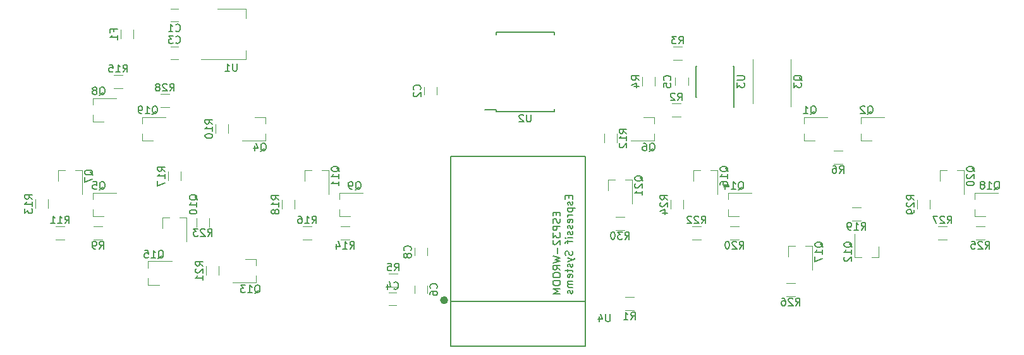
<source format=gbo>
G04 #@! TF.GenerationSoftware,KiCad,Pcbnew,5.1.4-5.1.4*
G04 #@! TF.CreationDate,2019-09-03T08:09:01+02:00*
G04 #@! TF.ProjectId,nixieclock-in18,6e697869-6563-46c6-9f63-6b2d696e3138,rev?*
G04 #@! TF.SameCoordinates,Original*
G04 #@! TF.FileFunction,Legend,Bot*
G04 #@! TF.FilePolarity,Positive*
%FSLAX46Y46*%
G04 Gerber Fmt 4.6, Leading zero omitted, Abs format (unit mm)*
G04 Created by KiCad (PCBNEW 5.1.4-5.1.4) date 2019-09-03 08:09:01*
%MOMM*%
%LPD*%
G04 APERTURE LIST*
%ADD10C,0.120000*%
%ADD11C,0.150000*%
%ADD12C,0.500000*%
G04 APERTURE END LIST*
D10*
X115180000Y-56480000D02*
X115180000Y-55280000D01*
X113420000Y-55280000D02*
X113420000Y-56480000D01*
D11*
X163765000Y-66010000D02*
X162240000Y-66010000D01*
X163765000Y-55635000D02*
X171515000Y-55635000D01*
X163765000Y-66285000D02*
X171515000Y-66285000D01*
X163765000Y-55635000D02*
X163765000Y-55990000D01*
X171515000Y-55635000D02*
X171515000Y-55990000D01*
X171515000Y-66285000D02*
X171515000Y-65930000D01*
X163765000Y-66285000D02*
X163765000Y-66010000D01*
D10*
X120150000Y-52490000D02*
X121150000Y-52490000D01*
X121150000Y-54190000D02*
X120150000Y-54190000D01*
X155790000Y-63000000D02*
X155790000Y-64000000D01*
X154090000Y-64000000D02*
X154090000Y-63000000D01*
X120150000Y-57570000D02*
X121150000Y-57570000D01*
X121150000Y-59270000D02*
X120150000Y-59270000D01*
X149360000Y-90590000D02*
X150360000Y-90590000D01*
X150360000Y-92290000D02*
X149360000Y-92290000D01*
X187745000Y-62750000D02*
X187745000Y-61750000D01*
X189445000Y-61750000D02*
X189445000Y-62750000D01*
X154520000Y-89670000D02*
X154520000Y-90670000D01*
X152820000Y-90670000D02*
X152820000Y-89670000D01*
X154520000Y-84610000D02*
X154520000Y-85610000D01*
X152820000Y-85610000D02*
X152820000Y-84610000D01*
X204980000Y-70160000D02*
X204980000Y-69230000D01*
X204980000Y-67000000D02*
X204980000Y-67930000D01*
X204980000Y-67000000D02*
X208140000Y-67000000D01*
X204980000Y-70160000D02*
X206440000Y-70160000D01*
X212600000Y-70160000D02*
X212600000Y-69230000D01*
X212600000Y-67000000D02*
X212600000Y-67930000D01*
X212600000Y-67000000D02*
X215760000Y-67000000D01*
X212600000Y-70160000D02*
X214060000Y-70160000D01*
X132840000Y-67000000D02*
X131380000Y-67000000D01*
X132840000Y-70160000D02*
X129680000Y-70160000D01*
X132840000Y-70160000D02*
X132840000Y-69230000D01*
X132840000Y-67000000D02*
X132840000Y-67930000D01*
X109730000Y-80320000D02*
X111190000Y-80320000D01*
X109730000Y-77160000D02*
X112890000Y-77160000D01*
X109730000Y-77160000D02*
X109730000Y-78090000D01*
X109730000Y-80320000D02*
X109730000Y-79390000D01*
X184910000Y-67000000D02*
X184910000Y-67930000D01*
X184910000Y-70160000D02*
X184910000Y-69230000D01*
X184910000Y-70160000D02*
X181750000Y-70160000D01*
X184910000Y-67000000D02*
X183450000Y-67000000D01*
X105100000Y-74170000D02*
X106030000Y-74170000D01*
X108260000Y-74170000D02*
X107330000Y-74170000D01*
X108260000Y-74170000D02*
X108260000Y-77330000D01*
X105100000Y-74170000D02*
X105100000Y-75630000D01*
X109730000Y-67620000D02*
X111190000Y-67620000D01*
X109730000Y-64460000D02*
X112890000Y-64460000D01*
X109730000Y-64460000D02*
X109730000Y-65390000D01*
X109730000Y-67620000D02*
X109730000Y-66690000D01*
X142750000Y-80320000D02*
X144210000Y-80320000D01*
X142750000Y-77160000D02*
X145910000Y-77160000D01*
X142750000Y-77160000D02*
X142750000Y-78090000D01*
X142750000Y-80320000D02*
X142750000Y-79390000D01*
X119070000Y-80520000D02*
X120000000Y-80520000D01*
X122230000Y-80520000D02*
X121300000Y-80520000D01*
X122230000Y-80520000D02*
X122230000Y-83680000D01*
X119070000Y-80520000D02*
X119070000Y-81980000D01*
X138120000Y-74170000D02*
X138120000Y-75630000D01*
X141280000Y-74170000D02*
X141280000Y-77330000D01*
X141280000Y-74170000D02*
X140350000Y-74170000D01*
X138120000Y-74170000D02*
X139050000Y-74170000D01*
X214940000Y-85850000D02*
X214940000Y-84390000D01*
X211780000Y-85850000D02*
X211780000Y-82690000D01*
X211780000Y-85850000D02*
X212710000Y-85850000D01*
X214940000Y-85850000D02*
X214010000Y-85850000D01*
X131570000Y-86050000D02*
X131570000Y-86980000D01*
X131570000Y-89210000D02*
X131570000Y-88280000D01*
X131570000Y-89210000D02*
X128410000Y-89210000D01*
X131570000Y-86050000D02*
X130110000Y-86050000D01*
X194820000Y-80320000D02*
X194820000Y-79390000D01*
X194820000Y-77160000D02*
X194820000Y-78090000D01*
X194820000Y-77160000D02*
X197980000Y-77160000D01*
X194820000Y-80320000D02*
X196280000Y-80320000D01*
X117120000Y-89530000D02*
X118580000Y-89530000D01*
X117120000Y-86370000D02*
X120280000Y-86370000D01*
X117120000Y-86370000D02*
X117120000Y-87300000D01*
X117120000Y-89530000D02*
X117120000Y-88600000D01*
X190190000Y-74170000D02*
X190190000Y-75630000D01*
X193350000Y-74170000D02*
X193350000Y-77330000D01*
X193350000Y-74170000D02*
X192420000Y-74170000D01*
X190190000Y-74170000D02*
X191120000Y-74170000D01*
X202890000Y-84330000D02*
X203820000Y-84330000D01*
X206050000Y-84330000D02*
X205120000Y-84330000D01*
X206050000Y-84330000D02*
X206050000Y-87490000D01*
X202890000Y-84330000D02*
X202890000Y-85790000D01*
X227840000Y-80320000D02*
X229300000Y-80320000D01*
X227840000Y-77160000D02*
X231000000Y-77160000D01*
X227840000Y-77160000D02*
X227840000Y-78090000D01*
X227840000Y-80320000D02*
X227840000Y-79390000D01*
X116310000Y-70160000D02*
X117770000Y-70160000D01*
X116310000Y-67000000D02*
X119470000Y-67000000D01*
X116310000Y-67000000D02*
X116310000Y-67930000D01*
X116310000Y-70160000D02*
X116310000Y-69230000D01*
X223210000Y-74170000D02*
X224140000Y-74170000D01*
X226370000Y-74170000D02*
X225440000Y-74170000D01*
X226370000Y-74170000D02*
X226370000Y-77330000D01*
X223210000Y-74170000D02*
X223210000Y-75630000D01*
X178760000Y-75440000D02*
X179690000Y-75440000D01*
X181920000Y-75440000D02*
X180990000Y-75440000D01*
X181920000Y-75440000D02*
X181920000Y-78600000D01*
X178760000Y-75440000D02*
X178760000Y-76900000D01*
X181010000Y-92955000D02*
X182210000Y-92955000D01*
X182210000Y-91195000D02*
X181010000Y-91195000D01*
X188480000Y-65160000D02*
X187280000Y-65160000D01*
X187280000Y-66920000D02*
X188480000Y-66920000D01*
X188640000Y-57540000D02*
X187440000Y-57540000D01*
X187440000Y-59300000D02*
X188640000Y-59300000D01*
X185030000Y-62830000D02*
X185030000Y-61630000D01*
X183270000Y-61630000D02*
X183270000Y-62830000D01*
X149340000Y-89780000D02*
X150540000Y-89780000D01*
X150540000Y-88020000D02*
X149340000Y-88020000D01*
X208950000Y-73270000D02*
X210150000Y-73270000D01*
X210150000Y-71510000D02*
X208950000Y-71510000D01*
X111010000Y-81670000D02*
X109810000Y-81670000D01*
X109810000Y-83430000D02*
X111010000Y-83430000D01*
X127880000Y-69180000D02*
X127880000Y-67980000D01*
X126120000Y-67980000D02*
X126120000Y-69180000D01*
X104730000Y-83430000D02*
X105930000Y-83430000D01*
X105930000Y-81670000D02*
X104730000Y-81670000D01*
X179950000Y-70450000D02*
X179950000Y-69250000D01*
X178190000Y-69250000D02*
X178190000Y-70450000D01*
X101990000Y-78060000D02*
X101990000Y-79260000D01*
X103750000Y-79260000D02*
X103750000Y-78060000D01*
X142910000Y-83430000D02*
X144110000Y-83430000D01*
X144110000Y-81670000D02*
X142910000Y-81670000D01*
X112510000Y-63110000D02*
X113710000Y-63110000D01*
X113710000Y-61350000D02*
X112510000Y-61350000D01*
X137830000Y-83430000D02*
X139030000Y-83430000D01*
X139030000Y-81670000D02*
X137830000Y-81670000D01*
X121530000Y-75530000D02*
X121530000Y-74330000D01*
X119770000Y-74330000D02*
X119770000Y-75530000D01*
X136770000Y-79340000D02*
X136770000Y-78140000D01*
X135010000Y-78140000D02*
X135010000Y-79340000D01*
X211410000Y-80890000D02*
X212610000Y-80890000D01*
X212610000Y-79130000D02*
X211410000Y-79130000D01*
X195060000Y-83430000D02*
X196260000Y-83430000D01*
X196260000Y-81670000D02*
X195060000Y-81670000D01*
X126610000Y-88230000D02*
X126610000Y-87030000D01*
X124850000Y-87030000D02*
X124850000Y-88230000D01*
X189980000Y-83430000D02*
X191180000Y-83430000D01*
X191180000Y-81670000D02*
X189980000Y-81670000D01*
X123580000Y-80600000D02*
X123580000Y-81800000D01*
X125340000Y-81800000D02*
X125340000Y-80600000D01*
X188840000Y-79340000D02*
X188840000Y-78140000D01*
X187080000Y-78140000D02*
X187080000Y-79340000D01*
X229200000Y-81670000D02*
X228000000Y-81670000D01*
X228000000Y-83430000D02*
X229200000Y-83430000D01*
X203800000Y-89290000D02*
X202600000Y-89290000D01*
X202600000Y-91050000D02*
X203800000Y-91050000D01*
X224120000Y-81670000D02*
X222920000Y-81670000D01*
X222920000Y-83430000D02*
X224120000Y-83430000D01*
X119980000Y-63890000D02*
X118780000Y-63890000D01*
X118780000Y-65650000D02*
X119980000Y-65650000D01*
X220100000Y-78140000D02*
X220100000Y-79340000D01*
X221860000Y-79340000D02*
X221860000Y-78140000D01*
X179740000Y-82160000D02*
X180940000Y-82160000D01*
X180940000Y-80400000D02*
X179740000Y-80400000D01*
X124170000Y-59290000D02*
X130180000Y-59290000D01*
X126420000Y-52470000D02*
X130180000Y-52470000D01*
X130180000Y-59290000D02*
X130180000Y-58030000D01*
X130180000Y-52470000D02*
X130180000Y-53730000D01*
D11*
X195565000Y-64305000D02*
X195565000Y-65705000D01*
X190465000Y-64305000D02*
X190465000Y-60155000D01*
X195615000Y-64305000D02*
X195615000Y-60155000D01*
X190465000Y-64305000D02*
X190610000Y-64305000D01*
X190465000Y-60155000D02*
X190610000Y-60155000D01*
X195615000Y-60155000D02*
X195470000Y-60155000D01*
X195615000Y-64305000D02*
X195565000Y-64305000D01*
D12*
X157047981Y-91604000D02*
G75*
G03X157047981Y-91604000I-283981J0D01*
G01*
D11*
X175670000Y-91750000D02*
X157670000Y-91750000D01*
X157670000Y-97750000D02*
X157670000Y-72250000D01*
X175670000Y-97750000D02*
X175670000Y-72250000D01*
X175670000Y-72250000D02*
X157670000Y-72250000D01*
X175670000Y-97750000D02*
X157670000Y-97750000D01*
D10*
X198090000Y-65175000D02*
X198090000Y-59285000D01*
X203230000Y-65630000D02*
X203230000Y-59285000D01*
D11*
X112528571Y-55546666D02*
X112528571Y-55213333D01*
X113052380Y-55213333D02*
X112052380Y-55213333D01*
X112052380Y-55689523D01*
X113052380Y-56594285D02*
X113052380Y-56022857D01*
X113052380Y-56308571D02*
X112052380Y-56308571D01*
X112195238Y-56213333D01*
X112290476Y-56118095D01*
X112338095Y-56022857D01*
X168401904Y-66662380D02*
X168401904Y-67471904D01*
X168354285Y-67567142D01*
X168306666Y-67614761D01*
X168211428Y-67662380D01*
X168020952Y-67662380D01*
X167925714Y-67614761D01*
X167878095Y-67567142D01*
X167830476Y-67471904D01*
X167830476Y-66662380D01*
X167401904Y-66757619D02*
X167354285Y-66710000D01*
X167259047Y-66662380D01*
X167020952Y-66662380D01*
X166925714Y-66710000D01*
X166878095Y-66757619D01*
X166830476Y-66852857D01*
X166830476Y-66948095D01*
X166878095Y-67090952D01*
X167449523Y-67662380D01*
X166830476Y-67662380D01*
X120816666Y-55447142D02*
X120864285Y-55494761D01*
X121007142Y-55542380D01*
X121102380Y-55542380D01*
X121245238Y-55494761D01*
X121340476Y-55399523D01*
X121388095Y-55304285D01*
X121435714Y-55113809D01*
X121435714Y-54970952D01*
X121388095Y-54780476D01*
X121340476Y-54685238D01*
X121245238Y-54590000D01*
X121102380Y-54542380D01*
X121007142Y-54542380D01*
X120864285Y-54590000D01*
X120816666Y-54637619D01*
X119864285Y-55542380D02*
X120435714Y-55542380D01*
X120150000Y-55542380D02*
X120150000Y-54542380D01*
X120245238Y-54685238D01*
X120340476Y-54780476D01*
X120435714Y-54828095D01*
X153547142Y-63333333D02*
X153594761Y-63285714D01*
X153642380Y-63142857D01*
X153642380Y-63047619D01*
X153594761Y-62904761D01*
X153499523Y-62809523D01*
X153404285Y-62761904D01*
X153213809Y-62714285D01*
X153070952Y-62714285D01*
X152880476Y-62761904D01*
X152785238Y-62809523D01*
X152690000Y-62904761D01*
X152642380Y-63047619D01*
X152642380Y-63142857D01*
X152690000Y-63285714D01*
X152737619Y-63333333D01*
X152737619Y-63714285D02*
X152690000Y-63761904D01*
X152642380Y-63857142D01*
X152642380Y-64095238D01*
X152690000Y-64190476D01*
X152737619Y-64238095D01*
X152832857Y-64285714D01*
X152928095Y-64285714D01*
X153070952Y-64238095D01*
X153642380Y-63666666D01*
X153642380Y-64285714D01*
X120816666Y-57027142D02*
X120864285Y-57074761D01*
X121007142Y-57122380D01*
X121102380Y-57122380D01*
X121245238Y-57074761D01*
X121340476Y-56979523D01*
X121388095Y-56884285D01*
X121435714Y-56693809D01*
X121435714Y-56550952D01*
X121388095Y-56360476D01*
X121340476Y-56265238D01*
X121245238Y-56170000D01*
X121102380Y-56122380D01*
X121007142Y-56122380D01*
X120864285Y-56170000D01*
X120816666Y-56217619D01*
X120483333Y-56122380D02*
X119864285Y-56122380D01*
X120197619Y-56503333D01*
X120054761Y-56503333D01*
X119959523Y-56550952D01*
X119911904Y-56598571D01*
X119864285Y-56693809D01*
X119864285Y-56931904D01*
X119911904Y-57027142D01*
X119959523Y-57074761D01*
X120054761Y-57122380D01*
X120340476Y-57122380D01*
X120435714Y-57074761D01*
X120483333Y-57027142D01*
X150026666Y-90047142D02*
X150074285Y-90094761D01*
X150217142Y-90142380D01*
X150312380Y-90142380D01*
X150455238Y-90094761D01*
X150550476Y-89999523D01*
X150598095Y-89904285D01*
X150645714Y-89713809D01*
X150645714Y-89570952D01*
X150598095Y-89380476D01*
X150550476Y-89285238D01*
X150455238Y-89190000D01*
X150312380Y-89142380D01*
X150217142Y-89142380D01*
X150074285Y-89190000D01*
X150026666Y-89237619D01*
X149169523Y-89475714D02*
X149169523Y-90142380D01*
X149407619Y-89094761D02*
X149645714Y-89809047D01*
X149026666Y-89809047D01*
X187047142Y-62083333D02*
X187094761Y-62035714D01*
X187142380Y-61892857D01*
X187142380Y-61797619D01*
X187094761Y-61654761D01*
X186999523Y-61559523D01*
X186904285Y-61511904D01*
X186713809Y-61464285D01*
X186570952Y-61464285D01*
X186380476Y-61511904D01*
X186285238Y-61559523D01*
X186190000Y-61654761D01*
X186142380Y-61797619D01*
X186142380Y-61892857D01*
X186190000Y-62035714D01*
X186237619Y-62083333D01*
X186142380Y-62988095D02*
X186142380Y-62511904D01*
X186618571Y-62464285D01*
X186570952Y-62511904D01*
X186523333Y-62607142D01*
X186523333Y-62845238D01*
X186570952Y-62940476D01*
X186618571Y-62988095D01*
X186713809Y-63035714D01*
X186951904Y-63035714D01*
X187047142Y-62988095D01*
X187094761Y-62940476D01*
X187142380Y-62845238D01*
X187142380Y-62607142D01*
X187094761Y-62511904D01*
X187047142Y-62464285D01*
X155777142Y-90003333D02*
X155824761Y-89955714D01*
X155872380Y-89812857D01*
X155872380Y-89717619D01*
X155824761Y-89574761D01*
X155729523Y-89479523D01*
X155634285Y-89431904D01*
X155443809Y-89384285D01*
X155300952Y-89384285D01*
X155110476Y-89431904D01*
X155015238Y-89479523D01*
X154920000Y-89574761D01*
X154872380Y-89717619D01*
X154872380Y-89812857D01*
X154920000Y-89955714D01*
X154967619Y-90003333D01*
X154872380Y-90860476D02*
X154872380Y-90670000D01*
X154920000Y-90574761D01*
X154967619Y-90527142D01*
X155110476Y-90431904D01*
X155300952Y-90384285D01*
X155681904Y-90384285D01*
X155777142Y-90431904D01*
X155824761Y-90479523D01*
X155872380Y-90574761D01*
X155872380Y-90765238D01*
X155824761Y-90860476D01*
X155777142Y-90908095D01*
X155681904Y-90955714D01*
X155443809Y-90955714D01*
X155348571Y-90908095D01*
X155300952Y-90860476D01*
X155253333Y-90765238D01*
X155253333Y-90574761D01*
X155300952Y-90479523D01*
X155348571Y-90431904D01*
X155443809Y-90384285D01*
X152277142Y-84943333D02*
X152324761Y-84895714D01*
X152372380Y-84752857D01*
X152372380Y-84657619D01*
X152324761Y-84514761D01*
X152229523Y-84419523D01*
X152134285Y-84371904D01*
X151943809Y-84324285D01*
X151800952Y-84324285D01*
X151610476Y-84371904D01*
X151515238Y-84419523D01*
X151420000Y-84514761D01*
X151372380Y-84657619D01*
X151372380Y-84752857D01*
X151420000Y-84895714D01*
X151467619Y-84943333D01*
X151800952Y-85514761D02*
X151753333Y-85419523D01*
X151705714Y-85371904D01*
X151610476Y-85324285D01*
X151562857Y-85324285D01*
X151467619Y-85371904D01*
X151420000Y-85419523D01*
X151372380Y-85514761D01*
X151372380Y-85705238D01*
X151420000Y-85800476D01*
X151467619Y-85848095D01*
X151562857Y-85895714D01*
X151610476Y-85895714D01*
X151705714Y-85848095D01*
X151753333Y-85800476D01*
X151800952Y-85705238D01*
X151800952Y-85514761D01*
X151848571Y-85419523D01*
X151896190Y-85371904D01*
X151991428Y-85324285D01*
X152181904Y-85324285D01*
X152277142Y-85371904D01*
X152324761Y-85419523D01*
X152372380Y-85514761D01*
X152372380Y-85705238D01*
X152324761Y-85800476D01*
X152277142Y-85848095D01*
X152181904Y-85895714D01*
X151991428Y-85895714D01*
X151896190Y-85848095D01*
X151848571Y-85800476D01*
X151800952Y-85705238D01*
X205835238Y-66627619D02*
X205930476Y-66580000D01*
X206025714Y-66484761D01*
X206168571Y-66341904D01*
X206263809Y-66294285D01*
X206359047Y-66294285D01*
X206311428Y-66532380D02*
X206406666Y-66484761D01*
X206501904Y-66389523D01*
X206549523Y-66199047D01*
X206549523Y-65865714D01*
X206501904Y-65675238D01*
X206406666Y-65580000D01*
X206311428Y-65532380D01*
X206120952Y-65532380D01*
X206025714Y-65580000D01*
X205930476Y-65675238D01*
X205882857Y-65865714D01*
X205882857Y-66199047D01*
X205930476Y-66389523D01*
X206025714Y-66484761D01*
X206120952Y-66532380D01*
X206311428Y-66532380D01*
X204930476Y-66532380D02*
X205501904Y-66532380D01*
X205216190Y-66532380D02*
X205216190Y-65532380D01*
X205311428Y-65675238D01*
X205406666Y-65770476D01*
X205501904Y-65818095D01*
X213455238Y-66627619D02*
X213550476Y-66580000D01*
X213645714Y-66484761D01*
X213788571Y-66341904D01*
X213883809Y-66294285D01*
X213979047Y-66294285D01*
X213931428Y-66532380D02*
X214026666Y-66484761D01*
X214121904Y-66389523D01*
X214169523Y-66199047D01*
X214169523Y-65865714D01*
X214121904Y-65675238D01*
X214026666Y-65580000D01*
X213931428Y-65532380D01*
X213740952Y-65532380D01*
X213645714Y-65580000D01*
X213550476Y-65675238D01*
X213502857Y-65865714D01*
X213502857Y-66199047D01*
X213550476Y-66389523D01*
X213645714Y-66484761D01*
X213740952Y-66532380D01*
X213931428Y-66532380D01*
X213121904Y-65627619D02*
X213074285Y-65580000D01*
X212979047Y-65532380D01*
X212740952Y-65532380D01*
X212645714Y-65580000D01*
X212598095Y-65627619D01*
X212550476Y-65722857D01*
X212550476Y-65818095D01*
X212598095Y-65960952D01*
X213169523Y-66532380D01*
X212550476Y-66532380D01*
X132175238Y-71627619D02*
X132270476Y-71580000D01*
X132365714Y-71484761D01*
X132508571Y-71341904D01*
X132603809Y-71294285D01*
X132699047Y-71294285D01*
X132651428Y-71532380D02*
X132746666Y-71484761D01*
X132841904Y-71389523D01*
X132889523Y-71199047D01*
X132889523Y-70865714D01*
X132841904Y-70675238D01*
X132746666Y-70580000D01*
X132651428Y-70532380D01*
X132460952Y-70532380D01*
X132365714Y-70580000D01*
X132270476Y-70675238D01*
X132222857Y-70865714D01*
X132222857Y-71199047D01*
X132270476Y-71389523D01*
X132365714Y-71484761D01*
X132460952Y-71532380D01*
X132651428Y-71532380D01*
X131365714Y-70865714D02*
X131365714Y-71532380D01*
X131603809Y-70484761D02*
X131841904Y-71199047D01*
X131222857Y-71199047D01*
X110585238Y-76787619D02*
X110680476Y-76740000D01*
X110775714Y-76644761D01*
X110918571Y-76501904D01*
X111013809Y-76454285D01*
X111109047Y-76454285D01*
X111061428Y-76692380D02*
X111156666Y-76644761D01*
X111251904Y-76549523D01*
X111299523Y-76359047D01*
X111299523Y-76025714D01*
X111251904Y-75835238D01*
X111156666Y-75740000D01*
X111061428Y-75692380D01*
X110870952Y-75692380D01*
X110775714Y-75740000D01*
X110680476Y-75835238D01*
X110632857Y-76025714D01*
X110632857Y-76359047D01*
X110680476Y-76549523D01*
X110775714Y-76644761D01*
X110870952Y-76692380D01*
X111061428Y-76692380D01*
X109728095Y-75692380D02*
X110204285Y-75692380D01*
X110251904Y-76168571D01*
X110204285Y-76120952D01*
X110109047Y-76073333D01*
X109870952Y-76073333D01*
X109775714Y-76120952D01*
X109728095Y-76168571D01*
X109680476Y-76263809D01*
X109680476Y-76501904D01*
X109728095Y-76597142D01*
X109775714Y-76644761D01*
X109870952Y-76692380D01*
X110109047Y-76692380D01*
X110204285Y-76644761D01*
X110251904Y-76597142D01*
X184245238Y-71627619D02*
X184340476Y-71580000D01*
X184435714Y-71484761D01*
X184578571Y-71341904D01*
X184673809Y-71294285D01*
X184769047Y-71294285D01*
X184721428Y-71532380D02*
X184816666Y-71484761D01*
X184911904Y-71389523D01*
X184959523Y-71199047D01*
X184959523Y-70865714D01*
X184911904Y-70675238D01*
X184816666Y-70580000D01*
X184721428Y-70532380D01*
X184530952Y-70532380D01*
X184435714Y-70580000D01*
X184340476Y-70675238D01*
X184292857Y-70865714D01*
X184292857Y-71199047D01*
X184340476Y-71389523D01*
X184435714Y-71484761D01*
X184530952Y-71532380D01*
X184721428Y-71532380D01*
X183435714Y-70532380D02*
X183626190Y-70532380D01*
X183721428Y-70580000D01*
X183769047Y-70627619D01*
X183864285Y-70770476D01*
X183911904Y-70960952D01*
X183911904Y-71341904D01*
X183864285Y-71437142D01*
X183816666Y-71484761D01*
X183721428Y-71532380D01*
X183530952Y-71532380D01*
X183435714Y-71484761D01*
X183388095Y-71437142D01*
X183340476Y-71341904D01*
X183340476Y-71103809D01*
X183388095Y-71008571D01*
X183435714Y-70960952D01*
X183530952Y-70913333D01*
X183721428Y-70913333D01*
X183816666Y-70960952D01*
X183864285Y-71008571D01*
X183911904Y-71103809D01*
X109727619Y-74834761D02*
X109680000Y-74739523D01*
X109584761Y-74644285D01*
X109441904Y-74501428D01*
X109394285Y-74406190D01*
X109394285Y-74310952D01*
X109632380Y-74358571D02*
X109584761Y-74263333D01*
X109489523Y-74168095D01*
X109299047Y-74120476D01*
X108965714Y-74120476D01*
X108775238Y-74168095D01*
X108680000Y-74263333D01*
X108632380Y-74358571D01*
X108632380Y-74549047D01*
X108680000Y-74644285D01*
X108775238Y-74739523D01*
X108965714Y-74787142D01*
X109299047Y-74787142D01*
X109489523Y-74739523D01*
X109584761Y-74644285D01*
X109632380Y-74549047D01*
X109632380Y-74358571D01*
X108632380Y-75120476D02*
X108632380Y-75787142D01*
X109632380Y-75358571D01*
X110585238Y-64087619D02*
X110680476Y-64040000D01*
X110775714Y-63944761D01*
X110918571Y-63801904D01*
X111013809Y-63754285D01*
X111109047Y-63754285D01*
X111061428Y-63992380D02*
X111156666Y-63944761D01*
X111251904Y-63849523D01*
X111299523Y-63659047D01*
X111299523Y-63325714D01*
X111251904Y-63135238D01*
X111156666Y-63040000D01*
X111061428Y-62992380D01*
X110870952Y-62992380D01*
X110775714Y-63040000D01*
X110680476Y-63135238D01*
X110632857Y-63325714D01*
X110632857Y-63659047D01*
X110680476Y-63849523D01*
X110775714Y-63944761D01*
X110870952Y-63992380D01*
X111061428Y-63992380D01*
X110061428Y-63420952D02*
X110156666Y-63373333D01*
X110204285Y-63325714D01*
X110251904Y-63230476D01*
X110251904Y-63182857D01*
X110204285Y-63087619D01*
X110156666Y-63040000D01*
X110061428Y-62992380D01*
X109870952Y-62992380D01*
X109775714Y-63040000D01*
X109728095Y-63087619D01*
X109680476Y-63182857D01*
X109680476Y-63230476D01*
X109728095Y-63325714D01*
X109775714Y-63373333D01*
X109870952Y-63420952D01*
X110061428Y-63420952D01*
X110156666Y-63468571D01*
X110204285Y-63516190D01*
X110251904Y-63611428D01*
X110251904Y-63801904D01*
X110204285Y-63897142D01*
X110156666Y-63944761D01*
X110061428Y-63992380D01*
X109870952Y-63992380D01*
X109775714Y-63944761D01*
X109728095Y-63897142D01*
X109680476Y-63801904D01*
X109680476Y-63611428D01*
X109728095Y-63516190D01*
X109775714Y-63468571D01*
X109870952Y-63420952D01*
X144875238Y-76787619D02*
X144970476Y-76740000D01*
X145065714Y-76644761D01*
X145208571Y-76501904D01*
X145303809Y-76454285D01*
X145399047Y-76454285D01*
X145351428Y-76692380D02*
X145446666Y-76644761D01*
X145541904Y-76549523D01*
X145589523Y-76359047D01*
X145589523Y-76025714D01*
X145541904Y-75835238D01*
X145446666Y-75740000D01*
X145351428Y-75692380D01*
X145160952Y-75692380D01*
X145065714Y-75740000D01*
X144970476Y-75835238D01*
X144922857Y-76025714D01*
X144922857Y-76359047D01*
X144970476Y-76549523D01*
X145065714Y-76644761D01*
X145160952Y-76692380D01*
X145351428Y-76692380D01*
X144446666Y-76692380D02*
X144256190Y-76692380D01*
X144160952Y-76644761D01*
X144113333Y-76597142D01*
X144018095Y-76454285D01*
X143970476Y-76263809D01*
X143970476Y-75882857D01*
X144018095Y-75787619D01*
X144065714Y-75740000D01*
X144160952Y-75692380D01*
X144351428Y-75692380D01*
X144446666Y-75740000D01*
X144494285Y-75787619D01*
X144541904Y-75882857D01*
X144541904Y-76120952D01*
X144494285Y-76216190D01*
X144446666Y-76263809D01*
X144351428Y-76311428D01*
X144160952Y-76311428D01*
X144065714Y-76263809D01*
X144018095Y-76216190D01*
X143970476Y-76120952D01*
X123737619Y-78168571D02*
X123690000Y-78073333D01*
X123594761Y-77978095D01*
X123451904Y-77835238D01*
X123404285Y-77740000D01*
X123404285Y-77644761D01*
X123642380Y-77692380D02*
X123594761Y-77597142D01*
X123499523Y-77501904D01*
X123309047Y-77454285D01*
X122975714Y-77454285D01*
X122785238Y-77501904D01*
X122690000Y-77597142D01*
X122642380Y-77692380D01*
X122642380Y-77882857D01*
X122690000Y-77978095D01*
X122785238Y-78073333D01*
X122975714Y-78120952D01*
X123309047Y-78120952D01*
X123499523Y-78073333D01*
X123594761Y-77978095D01*
X123642380Y-77882857D01*
X123642380Y-77692380D01*
X123642380Y-79073333D02*
X123642380Y-78501904D01*
X123642380Y-78787619D02*
X122642380Y-78787619D01*
X122785238Y-78692380D01*
X122880476Y-78597142D01*
X122928095Y-78501904D01*
X122642380Y-79692380D02*
X122642380Y-79787619D01*
X122690000Y-79882857D01*
X122737619Y-79930476D01*
X122832857Y-79978095D01*
X123023333Y-80025714D01*
X123261428Y-80025714D01*
X123451904Y-79978095D01*
X123547142Y-79930476D01*
X123594761Y-79882857D01*
X123642380Y-79787619D01*
X123642380Y-79692380D01*
X123594761Y-79597142D01*
X123547142Y-79549523D01*
X123451904Y-79501904D01*
X123261428Y-79454285D01*
X123023333Y-79454285D01*
X122832857Y-79501904D01*
X122737619Y-79549523D01*
X122690000Y-79597142D01*
X122642380Y-79692380D01*
X142747619Y-74358571D02*
X142700000Y-74263333D01*
X142604761Y-74168095D01*
X142461904Y-74025238D01*
X142414285Y-73930000D01*
X142414285Y-73834761D01*
X142652380Y-73882380D02*
X142604761Y-73787142D01*
X142509523Y-73691904D01*
X142319047Y-73644285D01*
X141985714Y-73644285D01*
X141795238Y-73691904D01*
X141700000Y-73787142D01*
X141652380Y-73882380D01*
X141652380Y-74072857D01*
X141700000Y-74168095D01*
X141795238Y-74263333D01*
X141985714Y-74310952D01*
X142319047Y-74310952D01*
X142509523Y-74263333D01*
X142604761Y-74168095D01*
X142652380Y-74072857D01*
X142652380Y-73882380D01*
X142652380Y-75263333D02*
X142652380Y-74691904D01*
X142652380Y-74977619D02*
X141652380Y-74977619D01*
X141795238Y-74882380D01*
X141890476Y-74787142D01*
X141938095Y-74691904D01*
X142652380Y-76215714D02*
X142652380Y-75644285D01*
X142652380Y-75930000D02*
X141652380Y-75930000D01*
X141795238Y-75834761D01*
X141890476Y-75739523D01*
X141938095Y-75644285D01*
X211407619Y-84518571D02*
X211360000Y-84423333D01*
X211264761Y-84328095D01*
X211121904Y-84185238D01*
X211074285Y-84090000D01*
X211074285Y-83994761D01*
X211312380Y-84042380D02*
X211264761Y-83947142D01*
X211169523Y-83851904D01*
X210979047Y-83804285D01*
X210645714Y-83804285D01*
X210455238Y-83851904D01*
X210360000Y-83947142D01*
X210312380Y-84042380D01*
X210312380Y-84232857D01*
X210360000Y-84328095D01*
X210455238Y-84423333D01*
X210645714Y-84470952D01*
X210979047Y-84470952D01*
X211169523Y-84423333D01*
X211264761Y-84328095D01*
X211312380Y-84232857D01*
X211312380Y-84042380D01*
X211312380Y-85423333D02*
X211312380Y-84851904D01*
X211312380Y-85137619D02*
X210312380Y-85137619D01*
X210455238Y-85042380D01*
X210550476Y-84947142D01*
X210598095Y-84851904D01*
X210407619Y-85804285D02*
X210360000Y-85851904D01*
X210312380Y-85947142D01*
X210312380Y-86185238D01*
X210360000Y-86280476D01*
X210407619Y-86328095D01*
X210502857Y-86375714D01*
X210598095Y-86375714D01*
X210740952Y-86328095D01*
X211312380Y-85756666D01*
X211312380Y-86375714D01*
X131381428Y-90677619D02*
X131476666Y-90630000D01*
X131571904Y-90534761D01*
X131714761Y-90391904D01*
X131810000Y-90344285D01*
X131905238Y-90344285D01*
X131857619Y-90582380D02*
X131952857Y-90534761D01*
X132048095Y-90439523D01*
X132095714Y-90249047D01*
X132095714Y-89915714D01*
X132048095Y-89725238D01*
X131952857Y-89630000D01*
X131857619Y-89582380D01*
X131667142Y-89582380D01*
X131571904Y-89630000D01*
X131476666Y-89725238D01*
X131429047Y-89915714D01*
X131429047Y-90249047D01*
X131476666Y-90439523D01*
X131571904Y-90534761D01*
X131667142Y-90582380D01*
X131857619Y-90582380D01*
X130476666Y-90582380D02*
X131048095Y-90582380D01*
X130762380Y-90582380D02*
X130762380Y-89582380D01*
X130857619Y-89725238D01*
X130952857Y-89820476D01*
X131048095Y-89868095D01*
X130143333Y-89582380D02*
X129524285Y-89582380D01*
X129857619Y-89963333D01*
X129714761Y-89963333D01*
X129619523Y-90010952D01*
X129571904Y-90058571D01*
X129524285Y-90153809D01*
X129524285Y-90391904D01*
X129571904Y-90487142D01*
X129619523Y-90534761D01*
X129714761Y-90582380D01*
X130000476Y-90582380D01*
X130095714Y-90534761D01*
X130143333Y-90487142D01*
X196151428Y-76787619D02*
X196246666Y-76740000D01*
X196341904Y-76644761D01*
X196484761Y-76501904D01*
X196580000Y-76454285D01*
X196675238Y-76454285D01*
X196627619Y-76692380D02*
X196722857Y-76644761D01*
X196818095Y-76549523D01*
X196865714Y-76359047D01*
X196865714Y-76025714D01*
X196818095Y-75835238D01*
X196722857Y-75740000D01*
X196627619Y-75692380D01*
X196437142Y-75692380D01*
X196341904Y-75740000D01*
X196246666Y-75835238D01*
X196199047Y-76025714D01*
X196199047Y-76359047D01*
X196246666Y-76549523D01*
X196341904Y-76644761D01*
X196437142Y-76692380D01*
X196627619Y-76692380D01*
X195246666Y-76692380D02*
X195818095Y-76692380D01*
X195532380Y-76692380D02*
X195532380Y-75692380D01*
X195627619Y-75835238D01*
X195722857Y-75930476D01*
X195818095Y-75978095D01*
X194389523Y-76025714D02*
X194389523Y-76692380D01*
X194627619Y-75644761D02*
X194865714Y-76359047D01*
X194246666Y-76359047D01*
X118451428Y-85997619D02*
X118546666Y-85950000D01*
X118641904Y-85854761D01*
X118784761Y-85711904D01*
X118880000Y-85664285D01*
X118975238Y-85664285D01*
X118927619Y-85902380D02*
X119022857Y-85854761D01*
X119118095Y-85759523D01*
X119165714Y-85569047D01*
X119165714Y-85235714D01*
X119118095Y-85045238D01*
X119022857Y-84950000D01*
X118927619Y-84902380D01*
X118737142Y-84902380D01*
X118641904Y-84950000D01*
X118546666Y-85045238D01*
X118499047Y-85235714D01*
X118499047Y-85569047D01*
X118546666Y-85759523D01*
X118641904Y-85854761D01*
X118737142Y-85902380D01*
X118927619Y-85902380D01*
X117546666Y-85902380D02*
X118118095Y-85902380D01*
X117832380Y-85902380D02*
X117832380Y-84902380D01*
X117927619Y-85045238D01*
X118022857Y-85140476D01*
X118118095Y-85188095D01*
X116641904Y-84902380D02*
X117118095Y-84902380D01*
X117165714Y-85378571D01*
X117118095Y-85330952D01*
X117022857Y-85283333D01*
X116784761Y-85283333D01*
X116689523Y-85330952D01*
X116641904Y-85378571D01*
X116594285Y-85473809D01*
X116594285Y-85711904D01*
X116641904Y-85807142D01*
X116689523Y-85854761D01*
X116784761Y-85902380D01*
X117022857Y-85902380D01*
X117118095Y-85854761D01*
X117165714Y-85807142D01*
X194817619Y-74358571D02*
X194770000Y-74263333D01*
X194674761Y-74168095D01*
X194531904Y-74025238D01*
X194484285Y-73930000D01*
X194484285Y-73834761D01*
X194722380Y-73882380D02*
X194674761Y-73787142D01*
X194579523Y-73691904D01*
X194389047Y-73644285D01*
X194055714Y-73644285D01*
X193865238Y-73691904D01*
X193770000Y-73787142D01*
X193722380Y-73882380D01*
X193722380Y-74072857D01*
X193770000Y-74168095D01*
X193865238Y-74263333D01*
X194055714Y-74310952D01*
X194389047Y-74310952D01*
X194579523Y-74263333D01*
X194674761Y-74168095D01*
X194722380Y-74072857D01*
X194722380Y-73882380D01*
X194722380Y-75263333D02*
X194722380Y-74691904D01*
X194722380Y-74977619D02*
X193722380Y-74977619D01*
X193865238Y-74882380D01*
X193960476Y-74787142D01*
X194008095Y-74691904D01*
X193722380Y-76120476D02*
X193722380Y-75930000D01*
X193770000Y-75834761D01*
X193817619Y-75787142D01*
X193960476Y-75691904D01*
X194150952Y-75644285D01*
X194531904Y-75644285D01*
X194627142Y-75691904D01*
X194674761Y-75739523D01*
X194722380Y-75834761D01*
X194722380Y-76025238D01*
X194674761Y-76120476D01*
X194627142Y-76168095D01*
X194531904Y-76215714D01*
X194293809Y-76215714D01*
X194198571Y-76168095D01*
X194150952Y-76120476D01*
X194103333Y-76025238D01*
X194103333Y-75834761D01*
X194150952Y-75739523D01*
X194198571Y-75691904D01*
X194293809Y-75644285D01*
X207517619Y-84518571D02*
X207470000Y-84423333D01*
X207374761Y-84328095D01*
X207231904Y-84185238D01*
X207184285Y-84090000D01*
X207184285Y-83994761D01*
X207422380Y-84042380D02*
X207374761Y-83947142D01*
X207279523Y-83851904D01*
X207089047Y-83804285D01*
X206755714Y-83804285D01*
X206565238Y-83851904D01*
X206470000Y-83947142D01*
X206422380Y-84042380D01*
X206422380Y-84232857D01*
X206470000Y-84328095D01*
X206565238Y-84423333D01*
X206755714Y-84470952D01*
X207089047Y-84470952D01*
X207279523Y-84423333D01*
X207374761Y-84328095D01*
X207422380Y-84232857D01*
X207422380Y-84042380D01*
X207422380Y-85423333D02*
X207422380Y-84851904D01*
X207422380Y-85137619D02*
X206422380Y-85137619D01*
X206565238Y-85042380D01*
X206660476Y-84947142D01*
X206708095Y-84851904D01*
X206422380Y-85756666D02*
X206422380Y-86423333D01*
X207422380Y-85994761D01*
X230441428Y-76747619D02*
X230536666Y-76700000D01*
X230631904Y-76604761D01*
X230774761Y-76461904D01*
X230870000Y-76414285D01*
X230965238Y-76414285D01*
X230917619Y-76652380D02*
X231012857Y-76604761D01*
X231108095Y-76509523D01*
X231155714Y-76319047D01*
X231155714Y-75985714D01*
X231108095Y-75795238D01*
X231012857Y-75700000D01*
X230917619Y-75652380D01*
X230727142Y-75652380D01*
X230631904Y-75700000D01*
X230536666Y-75795238D01*
X230489047Y-75985714D01*
X230489047Y-76319047D01*
X230536666Y-76509523D01*
X230631904Y-76604761D01*
X230727142Y-76652380D01*
X230917619Y-76652380D01*
X229536666Y-76652380D02*
X230108095Y-76652380D01*
X229822380Y-76652380D02*
X229822380Y-75652380D01*
X229917619Y-75795238D01*
X230012857Y-75890476D01*
X230108095Y-75938095D01*
X228965238Y-76080952D02*
X229060476Y-76033333D01*
X229108095Y-75985714D01*
X229155714Y-75890476D01*
X229155714Y-75842857D01*
X229108095Y-75747619D01*
X229060476Y-75700000D01*
X228965238Y-75652380D01*
X228774761Y-75652380D01*
X228679523Y-75700000D01*
X228631904Y-75747619D01*
X228584285Y-75842857D01*
X228584285Y-75890476D01*
X228631904Y-75985714D01*
X228679523Y-76033333D01*
X228774761Y-76080952D01*
X228965238Y-76080952D01*
X229060476Y-76128571D01*
X229108095Y-76176190D01*
X229155714Y-76271428D01*
X229155714Y-76461904D01*
X229108095Y-76557142D01*
X229060476Y-76604761D01*
X228965238Y-76652380D01*
X228774761Y-76652380D01*
X228679523Y-76604761D01*
X228631904Y-76557142D01*
X228584285Y-76461904D01*
X228584285Y-76271428D01*
X228631904Y-76176190D01*
X228679523Y-76128571D01*
X228774761Y-76080952D01*
X117641428Y-66627619D02*
X117736666Y-66580000D01*
X117831904Y-66484761D01*
X117974761Y-66341904D01*
X118070000Y-66294285D01*
X118165238Y-66294285D01*
X118117619Y-66532380D02*
X118212857Y-66484761D01*
X118308095Y-66389523D01*
X118355714Y-66199047D01*
X118355714Y-65865714D01*
X118308095Y-65675238D01*
X118212857Y-65580000D01*
X118117619Y-65532380D01*
X117927142Y-65532380D01*
X117831904Y-65580000D01*
X117736666Y-65675238D01*
X117689047Y-65865714D01*
X117689047Y-66199047D01*
X117736666Y-66389523D01*
X117831904Y-66484761D01*
X117927142Y-66532380D01*
X118117619Y-66532380D01*
X116736666Y-66532380D02*
X117308095Y-66532380D01*
X117022380Y-66532380D02*
X117022380Y-65532380D01*
X117117619Y-65675238D01*
X117212857Y-65770476D01*
X117308095Y-65818095D01*
X116260476Y-66532380D02*
X116070000Y-66532380D01*
X115974761Y-66484761D01*
X115927142Y-66437142D01*
X115831904Y-66294285D01*
X115784285Y-66103809D01*
X115784285Y-65722857D01*
X115831904Y-65627619D01*
X115879523Y-65580000D01*
X115974761Y-65532380D01*
X116165238Y-65532380D01*
X116260476Y-65580000D01*
X116308095Y-65627619D01*
X116355714Y-65722857D01*
X116355714Y-65960952D01*
X116308095Y-66056190D01*
X116260476Y-66103809D01*
X116165238Y-66151428D01*
X115974761Y-66151428D01*
X115879523Y-66103809D01*
X115831904Y-66056190D01*
X115784285Y-65960952D01*
X227837619Y-74358571D02*
X227790000Y-74263333D01*
X227694761Y-74168095D01*
X227551904Y-74025238D01*
X227504285Y-73930000D01*
X227504285Y-73834761D01*
X227742380Y-73882380D02*
X227694761Y-73787142D01*
X227599523Y-73691904D01*
X227409047Y-73644285D01*
X227075714Y-73644285D01*
X226885238Y-73691904D01*
X226790000Y-73787142D01*
X226742380Y-73882380D01*
X226742380Y-74072857D01*
X226790000Y-74168095D01*
X226885238Y-74263333D01*
X227075714Y-74310952D01*
X227409047Y-74310952D01*
X227599523Y-74263333D01*
X227694761Y-74168095D01*
X227742380Y-74072857D01*
X227742380Y-73882380D01*
X226837619Y-74691904D02*
X226790000Y-74739523D01*
X226742380Y-74834761D01*
X226742380Y-75072857D01*
X226790000Y-75168095D01*
X226837619Y-75215714D01*
X226932857Y-75263333D01*
X227028095Y-75263333D01*
X227170952Y-75215714D01*
X227742380Y-74644285D01*
X227742380Y-75263333D01*
X226742380Y-75882380D02*
X226742380Y-75977619D01*
X226790000Y-76072857D01*
X226837619Y-76120476D01*
X226932857Y-76168095D01*
X227123333Y-76215714D01*
X227361428Y-76215714D01*
X227551904Y-76168095D01*
X227647142Y-76120476D01*
X227694761Y-76072857D01*
X227742380Y-75977619D01*
X227742380Y-75882380D01*
X227694761Y-75787142D01*
X227647142Y-75739523D01*
X227551904Y-75691904D01*
X227361428Y-75644285D01*
X227123333Y-75644285D01*
X226932857Y-75691904D01*
X226837619Y-75739523D01*
X226790000Y-75787142D01*
X226742380Y-75882380D01*
X183387619Y-75628571D02*
X183340000Y-75533333D01*
X183244761Y-75438095D01*
X183101904Y-75295238D01*
X183054285Y-75200000D01*
X183054285Y-75104761D01*
X183292380Y-75152380D02*
X183244761Y-75057142D01*
X183149523Y-74961904D01*
X182959047Y-74914285D01*
X182625714Y-74914285D01*
X182435238Y-74961904D01*
X182340000Y-75057142D01*
X182292380Y-75152380D01*
X182292380Y-75342857D01*
X182340000Y-75438095D01*
X182435238Y-75533333D01*
X182625714Y-75580952D01*
X182959047Y-75580952D01*
X183149523Y-75533333D01*
X183244761Y-75438095D01*
X183292380Y-75342857D01*
X183292380Y-75152380D01*
X182387619Y-75961904D02*
X182340000Y-76009523D01*
X182292380Y-76104761D01*
X182292380Y-76342857D01*
X182340000Y-76438095D01*
X182387619Y-76485714D01*
X182482857Y-76533333D01*
X182578095Y-76533333D01*
X182720952Y-76485714D01*
X183292380Y-75914285D01*
X183292380Y-76533333D01*
X183292380Y-77485714D02*
X183292380Y-76914285D01*
X183292380Y-77200000D02*
X182292380Y-77200000D01*
X182435238Y-77104761D01*
X182530476Y-77009523D01*
X182578095Y-76914285D01*
X181776666Y-94227380D02*
X182110000Y-93751190D01*
X182348095Y-94227380D02*
X182348095Y-93227380D01*
X181967142Y-93227380D01*
X181871904Y-93275000D01*
X181824285Y-93322619D01*
X181776666Y-93417857D01*
X181776666Y-93560714D01*
X181824285Y-93655952D01*
X181871904Y-93703571D01*
X181967142Y-93751190D01*
X182348095Y-93751190D01*
X180824285Y-94227380D02*
X181395714Y-94227380D01*
X181110000Y-94227380D02*
X181110000Y-93227380D01*
X181205238Y-93370238D01*
X181300476Y-93465476D01*
X181395714Y-93513095D01*
X188046666Y-64792380D02*
X188380000Y-64316190D01*
X188618095Y-64792380D02*
X188618095Y-63792380D01*
X188237142Y-63792380D01*
X188141904Y-63840000D01*
X188094285Y-63887619D01*
X188046666Y-63982857D01*
X188046666Y-64125714D01*
X188094285Y-64220952D01*
X188141904Y-64268571D01*
X188237142Y-64316190D01*
X188618095Y-64316190D01*
X187665714Y-63887619D02*
X187618095Y-63840000D01*
X187522857Y-63792380D01*
X187284761Y-63792380D01*
X187189523Y-63840000D01*
X187141904Y-63887619D01*
X187094285Y-63982857D01*
X187094285Y-64078095D01*
X187141904Y-64220952D01*
X187713333Y-64792380D01*
X187094285Y-64792380D01*
X188206666Y-57172380D02*
X188540000Y-56696190D01*
X188778095Y-57172380D02*
X188778095Y-56172380D01*
X188397142Y-56172380D01*
X188301904Y-56220000D01*
X188254285Y-56267619D01*
X188206666Y-56362857D01*
X188206666Y-56505714D01*
X188254285Y-56600952D01*
X188301904Y-56648571D01*
X188397142Y-56696190D01*
X188778095Y-56696190D01*
X187873333Y-56172380D02*
X187254285Y-56172380D01*
X187587619Y-56553333D01*
X187444761Y-56553333D01*
X187349523Y-56600952D01*
X187301904Y-56648571D01*
X187254285Y-56743809D01*
X187254285Y-56981904D01*
X187301904Y-57077142D01*
X187349523Y-57124761D01*
X187444761Y-57172380D01*
X187730476Y-57172380D01*
X187825714Y-57124761D01*
X187873333Y-57077142D01*
X182902380Y-62063333D02*
X182426190Y-61730000D01*
X182902380Y-61491904D02*
X181902380Y-61491904D01*
X181902380Y-61872857D01*
X181950000Y-61968095D01*
X181997619Y-62015714D01*
X182092857Y-62063333D01*
X182235714Y-62063333D01*
X182330952Y-62015714D01*
X182378571Y-61968095D01*
X182426190Y-61872857D01*
X182426190Y-61491904D01*
X182235714Y-62920476D02*
X182902380Y-62920476D01*
X181854761Y-62682380D02*
X182569047Y-62444285D01*
X182569047Y-63063333D01*
X150106666Y-87652380D02*
X150440000Y-87176190D01*
X150678095Y-87652380D02*
X150678095Y-86652380D01*
X150297142Y-86652380D01*
X150201904Y-86700000D01*
X150154285Y-86747619D01*
X150106666Y-86842857D01*
X150106666Y-86985714D01*
X150154285Y-87080952D01*
X150201904Y-87128571D01*
X150297142Y-87176190D01*
X150678095Y-87176190D01*
X149201904Y-86652380D02*
X149678095Y-86652380D01*
X149725714Y-87128571D01*
X149678095Y-87080952D01*
X149582857Y-87033333D01*
X149344761Y-87033333D01*
X149249523Y-87080952D01*
X149201904Y-87128571D01*
X149154285Y-87223809D01*
X149154285Y-87461904D01*
X149201904Y-87557142D01*
X149249523Y-87604761D01*
X149344761Y-87652380D01*
X149582857Y-87652380D01*
X149678095Y-87604761D01*
X149725714Y-87557142D01*
X209716666Y-74542380D02*
X210050000Y-74066190D01*
X210288095Y-74542380D02*
X210288095Y-73542380D01*
X209907142Y-73542380D01*
X209811904Y-73590000D01*
X209764285Y-73637619D01*
X209716666Y-73732857D01*
X209716666Y-73875714D01*
X209764285Y-73970952D01*
X209811904Y-74018571D01*
X209907142Y-74066190D01*
X210288095Y-74066190D01*
X208859523Y-73542380D02*
X209050000Y-73542380D01*
X209145238Y-73590000D01*
X209192857Y-73637619D01*
X209288095Y-73780476D01*
X209335714Y-73970952D01*
X209335714Y-74351904D01*
X209288095Y-74447142D01*
X209240476Y-74494761D01*
X209145238Y-74542380D01*
X208954761Y-74542380D01*
X208859523Y-74494761D01*
X208811904Y-74447142D01*
X208764285Y-74351904D01*
X208764285Y-74113809D01*
X208811904Y-74018571D01*
X208859523Y-73970952D01*
X208954761Y-73923333D01*
X209145238Y-73923333D01*
X209240476Y-73970952D01*
X209288095Y-74018571D01*
X209335714Y-74113809D01*
X110576666Y-84702380D02*
X110910000Y-84226190D01*
X111148095Y-84702380D02*
X111148095Y-83702380D01*
X110767142Y-83702380D01*
X110671904Y-83750000D01*
X110624285Y-83797619D01*
X110576666Y-83892857D01*
X110576666Y-84035714D01*
X110624285Y-84130952D01*
X110671904Y-84178571D01*
X110767142Y-84226190D01*
X111148095Y-84226190D01*
X110100476Y-84702380D02*
X109910000Y-84702380D01*
X109814761Y-84654761D01*
X109767142Y-84607142D01*
X109671904Y-84464285D01*
X109624285Y-84273809D01*
X109624285Y-83892857D01*
X109671904Y-83797619D01*
X109719523Y-83750000D01*
X109814761Y-83702380D01*
X110005238Y-83702380D01*
X110100476Y-83750000D01*
X110148095Y-83797619D01*
X110195714Y-83892857D01*
X110195714Y-84130952D01*
X110148095Y-84226190D01*
X110100476Y-84273809D01*
X110005238Y-84321428D01*
X109814761Y-84321428D01*
X109719523Y-84273809D01*
X109671904Y-84226190D01*
X109624285Y-84130952D01*
X125752380Y-67937142D02*
X125276190Y-67603809D01*
X125752380Y-67365714D02*
X124752380Y-67365714D01*
X124752380Y-67746666D01*
X124800000Y-67841904D01*
X124847619Y-67889523D01*
X124942857Y-67937142D01*
X125085714Y-67937142D01*
X125180952Y-67889523D01*
X125228571Y-67841904D01*
X125276190Y-67746666D01*
X125276190Y-67365714D01*
X125752380Y-68889523D02*
X125752380Y-68318095D01*
X125752380Y-68603809D02*
X124752380Y-68603809D01*
X124895238Y-68508571D01*
X124990476Y-68413333D01*
X125038095Y-68318095D01*
X124752380Y-69508571D02*
X124752380Y-69603809D01*
X124800000Y-69699047D01*
X124847619Y-69746666D01*
X124942857Y-69794285D01*
X125133333Y-69841904D01*
X125371428Y-69841904D01*
X125561904Y-69794285D01*
X125657142Y-69746666D01*
X125704761Y-69699047D01*
X125752380Y-69603809D01*
X125752380Y-69508571D01*
X125704761Y-69413333D01*
X125657142Y-69365714D01*
X125561904Y-69318095D01*
X125371428Y-69270476D01*
X125133333Y-69270476D01*
X124942857Y-69318095D01*
X124847619Y-69365714D01*
X124800000Y-69413333D01*
X124752380Y-69508571D01*
X105972857Y-81302380D02*
X106306190Y-80826190D01*
X106544285Y-81302380D02*
X106544285Y-80302380D01*
X106163333Y-80302380D01*
X106068095Y-80350000D01*
X106020476Y-80397619D01*
X105972857Y-80492857D01*
X105972857Y-80635714D01*
X106020476Y-80730952D01*
X106068095Y-80778571D01*
X106163333Y-80826190D01*
X106544285Y-80826190D01*
X105020476Y-81302380D02*
X105591904Y-81302380D01*
X105306190Y-81302380D02*
X105306190Y-80302380D01*
X105401428Y-80445238D01*
X105496666Y-80540476D01*
X105591904Y-80588095D01*
X104068095Y-81302380D02*
X104639523Y-81302380D01*
X104353809Y-81302380D02*
X104353809Y-80302380D01*
X104449047Y-80445238D01*
X104544285Y-80540476D01*
X104639523Y-80588095D01*
X181222380Y-69207142D02*
X180746190Y-68873809D01*
X181222380Y-68635714D02*
X180222380Y-68635714D01*
X180222380Y-69016666D01*
X180270000Y-69111904D01*
X180317619Y-69159523D01*
X180412857Y-69207142D01*
X180555714Y-69207142D01*
X180650952Y-69159523D01*
X180698571Y-69111904D01*
X180746190Y-69016666D01*
X180746190Y-68635714D01*
X181222380Y-70159523D02*
X181222380Y-69588095D01*
X181222380Y-69873809D02*
X180222380Y-69873809D01*
X180365238Y-69778571D01*
X180460476Y-69683333D01*
X180508095Y-69588095D01*
X180317619Y-70540476D02*
X180270000Y-70588095D01*
X180222380Y-70683333D01*
X180222380Y-70921428D01*
X180270000Y-71016666D01*
X180317619Y-71064285D01*
X180412857Y-71111904D01*
X180508095Y-71111904D01*
X180650952Y-71064285D01*
X181222380Y-70492857D01*
X181222380Y-71111904D01*
X101622380Y-78017142D02*
X101146190Y-77683809D01*
X101622380Y-77445714D02*
X100622380Y-77445714D01*
X100622380Y-77826666D01*
X100670000Y-77921904D01*
X100717619Y-77969523D01*
X100812857Y-78017142D01*
X100955714Y-78017142D01*
X101050952Y-77969523D01*
X101098571Y-77921904D01*
X101146190Y-77826666D01*
X101146190Y-77445714D01*
X101622380Y-78969523D02*
X101622380Y-78398095D01*
X101622380Y-78683809D02*
X100622380Y-78683809D01*
X100765238Y-78588571D01*
X100860476Y-78493333D01*
X100908095Y-78398095D01*
X100622380Y-79302857D02*
X100622380Y-79921904D01*
X101003333Y-79588571D01*
X101003333Y-79731428D01*
X101050952Y-79826666D01*
X101098571Y-79874285D01*
X101193809Y-79921904D01*
X101431904Y-79921904D01*
X101527142Y-79874285D01*
X101574761Y-79826666D01*
X101622380Y-79731428D01*
X101622380Y-79445714D01*
X101574761Y-79350476D01*
X101527142Y-79302857D01*
X144152857Y-84702380D02*
X144486190Y-84226190D01*
X144724285Y-84702380D02*
X144724285Y-83702380D01*
X144343333Y-83702380D01*
X144248095Y-83750000D01*
X144200476Y-83797619D01*
X144152857Y-83892857D01*
X144152857Y-84035714D01*
X144200476Y-84130952D01*
X144248095Y-84178571D01*
X144343333Y-84226190D01*
X144724285Y-84226190D01*
X143200476Y-84702380D02*
X143771904Y-84702380D01*
X143486190Y-84702380D02*
X143486190Y-83702380D01*
X143581428Y-83845238D01*
X143676666Y-83940476D01*
X143771904Y-83988095D01*
X142343333Y-84035714D02*
X142343333Y-84702380D01*
X142581428Y-83654761D02*
X142819523Y-84369047D01*
X142200476Y-84369047D01*
X113752857Y-60982380D02*
X114086190Y-60506190D01*
X114324285Y-60982380D02*
X114324285Y-59982380D01*
X113943333Y-59982380D01*
X113848095Y-60030000D01*
X113800476Y-60077619D01*
X113752857Y-60172857D01*
X113752857Y-60315714D01*
X113800476Y-60410952D01*
X113848095Y-60458571D01*
X113943333Y-60506190D01*
X114324285Y-60506190D01*
X112800476Y-60982380D02*
X113371904Y-60982380D01*
X113086190Y-60982380D02*
X113086190Y-59982380D01*
X113181428Y-60125238D01*
X113276666Y-60220476D01*
X113371904Y-60268095D01*
X111895714Y-59982380D02*
X112371904Y-59982380D01*
X112419523Y-60458571D01*
X112371904Y-60410952D01*
X112276666Y-60363333D01*
X112038571Y-60363333D01*
X111943333Y-60410952D01*
X111895714Y-60458571D01*
X111848095Y-60553809D01*
X111848095Y-60791904D01*
X111895714Y-60887142D01*
X111943333Y-60934761D01*
X112038571Y-60982380D01*
X112276666Y-60982380D01*
X112371904Y-60934761D01*
X112419523Y-60887142D01*
X139072857Y-81302380D02*
X139406190Y-80826190D01*
X139644285Y-81302380D02*
X139644285Y-80302380D01*
X139263333Y-80302380D01*
X139168095Y-80350000D01*
X139120476Y-80397619D01*
X139072857Y-80492857D01*
X139072857Y-80635714D01*
X139120476Y-80730952D01*
X139168095Y-80778571D01*
X139263333Y-80826190D01*
X139644285Y-80826190D01*
X138120476Y-81302380D02*
X138691904Y-81302380D01*
X138406190Y-81302380D02*
X138406190Y-80302380D01*
X138501428Y-80445238D01*
X138596666Y-80540476D01*
X138691904Y-80588095D01*
X137263333Y-80302380D02*
X137453809Y-80302380D01*
X137549047Y-80350000D01*
X137596666Y-80397619D01*
X137691904Y-80540476D01*
X137739523Y-80730952D01*
X137739523Y-81111904D01*
X137691904Y-81207142D01*
X137644285Y-81254761D01*
X137549047Y-81302380D01*
X137358571Y-81302380D01*
X137263333Y-81254761D01*
X137215714Y-81207142D01*
X137168095Y-81111904D01*
X137168095Y-80873809D01*
X137215714Y-80778571D01*
X137263333Y-80730952D01*
X137358571Y-80683333D01*
X137549047Y-80683333D01*
X137644285Y-80730952D01*
X137691904Y-80778571D01*
X137739523Y-80873809D01*
X119402380Y-74287142D02*
X118926190Y-73953809D01*
X119402380Y-73715714D02*
X118402380Y-73715714D01*
X118402380Y-74096666D01*
X118450000Y-74191904D01*
X118497619Y-74239523D01*
X118592857Y-74287142D01*
X118735714Y-74287142D01*
X118830952Y-74239523D01*
X118878571Y-74191904D01*
X118926190Y-74096666D01*
X118926190Y-73715714D01*
X119402380Y-75239523D02*
X119402380Y-74668095D01*
X119402380Y-74953809D02*
X118402380Y-74953809D01*
X118545238Y-74858571D01*
X118640476Y-74763333D01*
X118688095Y-74668095D01*
X118402380Y-75572857D02*
X118402380Y-76239523D01*
X119402380Y-75810952D01*
X134642380Y-78097142D02*
X134166190Y-77763809D01*
X134642380Y-77525714D02*
X133642380Y-77525714D01*
X133642380Y-77906666D01*
X133690000Y-78001904D01*
X133737619Y-78049523D01*
X133832857Y-78097142D01*
X133975714Y-78097142D01*
X134070952Y-78049523D01*
X134118571Y-78001904D01*
X134166190Y-77906666D01*
X134166190Y-77525714D01*
X134642380Y-79049523D02*
X134642380Y-78478095D01*
X134642380Y-78763809D02*
X133642380Y-78763809D01*
X133785238Y-78668571D01*
X133880476Y-78573333D01*
X133928095Y-78478095D01*
X134070952Y-79620952D02*
X134023333Y-79525714D01*
X133975714Y-79478095D01*
X133880476Y-79430476D01*
X133832857Y-79430476D01*
X133737619Y-79478095D01*
X133690000Y-79525714D01*
X133642380Y-79620952D01*
X133642380Y-79811428D01*
X133690000Y-79906666D01*
X133737619Y-79954285D01*
X133832857Y-80001904D01*
X133880476Y-80001904D01*
X133975714Y-79954285D01*
X134023333Y-79906666D01*
X134070952Y-79811428D01*
X134070952Y-79620952D01*
X134118571Y-79525714D01*
X134166190Y-79478095D01*
X134261428Y-79430476D01*
X134451904Y-79430476D01*
X134547142Y-79478095D01*
X134594761Y-79525714D01*
X134642380Y-79620952D01*
X134642380Y-79811428D01*
X134594761Y-79906666D01*
X134547142Y-79954285D01*
X134451904Y-80001904D01*
X134261428Y-80001904D01*
X134166190Y-79954285D01*
X134118571Y-79906666D01*
X134070952Y-79811428D01*
X212652857Y-82162380D02*
X212986190Y-81686190D01*
X213224285Y-82162380D02*
X213224285Y-81162380D01*
X212843333Y-81162380D01*
X212748095Y-81210000D01*
X212700476Y-81257619D01*
X212652857Y-81352857D01*
X212652857Y-81495714D01*
X212700476Y-81590952D01*
X212748095Y-81638571D01*
X212843333Y-81686190D01*
X213224285Y-81686190D01*
X211700476Y-82162380D02*
X212271904Y-82162380D01*
X211986190Y-82162380D02*
X211986190Y-81162380D01*
X212081428Y-81305238D01*
X212176666Y-81400476D01*
X212271904Y-81448095D01*
X211224285Y-82162380D02*
X211033809Y-82162380D01*
X210938571Y-82114761D01*
X210890952Y-82067142D01*
X210795714Y-81924285D01*
X210748095Y-81733809D01*
X210748095Y-81352857D01*
X210795714Y-81257619D01*
X210843333Y-81210000D01*
X210938571Y-81162380D01*
X211129047Y-81162380D01*
X211224285Y-81210000D01*
X211271904Y-81257619D01*
X211319523Y-81352857D01*
X211319523Y-81590952D01*
X211271904Y-81686190D01*
X211224285Y-81733809D01*
X211129047Y-81781428D01*
X210938571Y-81781428D01*
X210843333Y-81733809D01*
X210795714Y-81686190D01*
X210748095Y-81590952D01*
X196302857Y-84702380D02*
X196636190Y-84226190D01*
X196874285Y-84702380D02*
X196874285Y-83702380D01*
X196493333Y-83702380D01*
X196398095Y-83750000D01*
X196350476Y-83797619D01*
X196302857Y-83892857D01*
X196302857Y-84035714D01*
X196350476Y-84130952D01*
X196398095Y-84178571D01*
X196493333Y-84226190D01*
X196874285Y-84226190D01*
X195921904Y-83797619D02*
X195874285Y-83750000D01*
X195779047Y-83702380D01*
X195540952Y-83702380D01*
X195445714Y-83750000D01*
X195398095Y-83797619D01*
X195350476Y-83892857D01*
X195350476Y-83988095D01*
X195398095Y-84130952D01*
X195969523Y-84702380D01*
X195350476Y-84702380D01*
X194731428Y-83702380D02*
X194636190Y-83702380D01*
X194540952Y-83750000D01*
X194493333Y-83797619D01*
X194445714Y-83892857D01*
X194398095Y-84083333D01*
X194398095Y-84321428D01*
X194445714Y-84511904D01*
X194493333Y-84607142D01*
X194540952Y-84654761D01*
X194636190Y-84702380D01*
X194731428Y-84702380D01*
X194826666Y-84654761D01*
X194874285Y-84607142D01*
X194921904Y-84511904D01*
X194969523Y-84321428D01*
X194969523Y-84083333D01*
X194921904Y-83892857D01*
X194874285Y-83797619D01*
X194826666Y-83750000D01*
X194731428Y-83702380D01*
X124482380Y-86987142D02*
X124006190Y-86653809D01*
X124482380Y-86415714D02*
X123482380Y-86415714D01*
X123482380Y-86796666D01*
X123530000Y-86891904D01*
X123577619Y-86939523D01*
X123672857Y-86987142D01*
X123815714Y-86987142D01*
X123910952Y-86939523D01*
X123958571Y-86891904D01*
X124006190Y-86796666D01*
X124006190Y-86415714D01*
X123577619Y-87368095D02*
X123530000Y-87415714D01*
X123482380Y-87510952D01*
X123482380Y-87749047D01*
X123530000Y-87844285D01*
X123577619Y-87891904D01*
X123672857Y-87939523D01*
X123768095Y-87939523D01*
X123910952Y-87891904D01*
X124482380Y-87320476D01*
X124482380Y-87939523D01*
X124482380Y-88891904D02*
X124482380Y-88320476D01*
X124482380Y-88606190D02*
X123482380Y-88606190D01*
X123625238Y-88510952D01*
X123720476Y-88415714D01*
X123768095Y-88320476D01*
X191222857Y-81302380D02*
X191556190Y-80826190D01*
X191794285Y-81302380D02*
X191794285Y-80302380D01*
X191413333Y-80302380D01*
X191318095Y-80350000D01*
X191270476Y-80397619D01*
X191222857Y-80492857D01*
X191222857Y-80635714D01*
X191270476Y-80730952D01*
X191318095Y-80778571D01*
X191413333Y-80826190D01*
X191794285Y-80826190D01*
X190841904Y-80397619D02*
X190794285Y-80350000D01*
X190699047Y-80302380D01*
X190460952Y-80302380D01*
X190365714Y-80350000D01*
X190318095Y-80397619D01*
X190270476Y-80492857D01*
X190270476Y-80588095D01*
X190318095Y-80730952D01*
X190889523Y-81302380D01*
X190270476Y-81302380D01*
X189889523Y-80397619D02*
X189841904Y-80350000D01*
X189746666Y-80302380D01*
X189508571Y-80302380D01*
X189413333Y-80350000D01*
X189365714Y-80397619D01*
X189318095Y-80492857D01*
X189318095Y-80588095D01*
X189365714Y-80730952D01*
X189937142Y-81302380D01*
X189318095Y-81302380D01*
X125102857Y-83002380D02*
X125436190Y-82526190D01*
X125674285Y-83002380D02*
X125674285Y-82002380D01*
X125293333Y-82002380D01*
X125198095Y-82050000D01*
X125150476Y-82097619D01*
X125102857Y-82192857D01*
X125102857Y-82335714D01*
X125150476Y-82430952D01*
X125198095Y-82478571D01*
X125293333Y-82526190D01*
X125674285Y-82526190D01*
X124721904Y-82097619D02*
X124674285Y-82050000D01*
X124579047Y-82002380D01*
X124340952Y-82002380D01*
X124245714Y-82050000D01*
X124198095Y-82097619D01*
X124150476Y-82192857D01*
X124150476Y-82288095D01*
X124198095Y-82430952D01*
X124769523Y-83002380D01*
X124150476Y-83002380D01*
X123817142Y-82002380D02*
X123198095Y-82002380D01*
X123531428Y-82383333D01*
X123388571Y-82383333D01*
X123293333Y-82430952D01*
X123245714Y-82478571D01*
X123198095Y-82573809D01*
X123198095Y-82811904D01*
X123245714Y-82907142D01*
X123293333Y-82954761D01*
X123388571Y-83002380D01*
X123674285Y-83002380D01*
X123769523Y-82954761D01*
X123817142Y-82907142D01*
X186712380Y-78097142D02*
X186236190Y-77763809D01*
X186712380Y-77525714D02*
X185712380Y-77525714D01*
X185712380Y-77906666D01*
X185760000Y-78001904D01*
X185807619Y-78049523D01*
X185902857Y-78097142D01*
X186045714Y-78097142D01*
X186140952Y-78049523D01*
X186188571Y-78001904D01*
X186236190Y-77906666D01*
X186236190Y-77525714D01*
X185807619Y-78478095D02*
X185760000Y-78525714D01*
X185712380Y-78620952D01*
X185712380Y-78859047D01*
X185760000Y-78954285D01*
X185807619Y-79001904D01*
X185902857Y-79049523D01*
X185998095Y-79049523D01*
X186140952Y-79001904D01*
X186712380Y-78430476D01*
X186712380Y-79049523D01*
X186045714Y-79906666D02*
X186712380Y-79906666D01*
X185664761Y-79668571D02*
X186379047Y-79430476D01*
X186379047Y-80049523D01*
X229242857Y-84702380D02*
X229576190Y-84226190D01*
X229814285Y-84702380D02*
X229814285Y-83702380D01*
X229433333Y-83702380D01*
X229338095Y-83750000D01*
X229290476Y-83797619D01*
X229242857Y-83892857D01*
X229242857Y-84035714D01*
X229290476Y-84130952D01*
X229338095Y-84178571D01*
X229433333Y-84226190D01*
X229814285Y-84226190D01*
X228861904Y-83797619D02*
X228814285Y-83750000D01*
X228719047Y-83702380D01*
X228480952Y-83702380D01*
X228385714Y-83750000D01*
X228338095Y-83797619D01*
X228290476Y-83892857D01*
X228290476Y-83988095D01*
X228338095Y-84130952D01*
X228909523Y-84702380D01*
X228290476Y-84702380D01*
X227385714Y-83702380D02*
X227861904Y-83702380D01*
X227909523Y-84178571D01*
X227861904Y-84130952D01*
X227766666Y-84083333D01*
X227528571Y-84083333D01*
X227433333Y-84130952D01*
X227385714Y-84178571D01*
X227338095Y-84273809D01*
X227338095Y-84511904D01*
X227385714Y-84607142D01*
X227433333Y-84654761D01*
X227528571Y-84702380D01*
X227766666Y-84702380D01*
X227861904Y-84654761D01*
X227909523Y-84607142D01*
X203842857Y-92322380D02*
X204176190Y-91846190D01*
X204414285Y-92322380D02*
X204414285Y-91322380D01*
X204033333Y-91322380D01*
X203938095Y-91370000D01*
X203890476Y-91417619D01*
X203842857Y-91512857D01*
X203842857Y-91655714D01*
X203890476Y-91750952D01*
X203938095Y-91798571D01*
X204033333Y-91846190D01*
X204414285Y-91846190D01*
X203461904Y-91417619D02*
X203414285Y-91370000D01*
X203319047Y-91322380D01*
X203080952Y-91322380D01*
X202985714Y-91370000D01*
X202938095Y-91417619D01*
X202890476Y-91512857D01*
X202890476Y-91608095D01*
X202938095Y-91750952D01*
X203509523Y-92322380D01*
X202890476Y-92322380D01*
X202033333Y-91322380D02*
X202223809Y-91322380D01*
X202319047Y-91370000D01*
X202366666Y-91417619D01*
X202461904Y-91560476D01*
X202509523Y-91750952D01*
X202509523Y-92131904D01*
X202461904Y-92227142D01*
X202414285Y-92274761D01*
X202319047Y-92322380D01*
X202128571Y-92322380D01*
X202033333Y-92274761D01*
X201985714Y-92227142D01*
X201938095Y-92131904D01*
X201938095Y-91893809D01*
X201985714Y-91798571D01*
X202033333Y-91750952D01*
X202128571Y-91703333D01*
X202319047Y-91703333D01*
X202414285Y-91750952D01*
X202461904Y-91798571D01*
X202509523Y-91893809D01*
X224162857Y-81302380D02*
X224496190Y-80826190D01*
X224734285Y-81302380D02*
X224734285Y-80302380D01*
X224353333Y-80302380D01*
X224258095Y-80350000D01*
X224210476Y-80397619D01*
X224162857Y-80492857D01*
X224162857Y-80635714D01*
X224210476Y-80730952D01*
X224258095Y-80778571D01*
X224353333Y-80826190D01*
X224734285Y-80826190D01*
X223781904Y-80397619D02*
X223734285Y-80350000D01*
X223639047Y-80302380D01*
X223400952Y-80302380D01*
X223305714Y-80350000D01*
X223258095Y-80397619D01*
X223210476Y-80492857D01*
X223210476Y-80588095D01*
X223258095Y-80730952D01*
X223829523Y-81302380D01*
X223210476Y-81302380D01*
X222877142Y-80302380D02*
X222210476Y-80302380D01*
X222639047Y-81302380D01*
X120022857Y-63522380D02*
X120356190Y-63046190D01*
X120594285Y-63522380D02*
X120594285Y-62522380D01*
X120213333Y-62522380D01*
X120118095Y-62570000D01*
X120070476Y-62617619D01*
X120022857Y-62712857D01*
X120022857Y-62855714D01*
X120070476Y-62950952D01*
X120118095Y-62998571D01*
X120213333Y-63046190D01*
X120594285Y-63046190D01*
X119641904Y-62617619D02*
X119594285Y-62570000D01*
X119499047Y-62522380D01*
X119260952Y-62522380D01*
X119165714Y-62570000D01*
X119118095Y-62617619D01*
X119070476Y-62712857D01*
X119070476Y-62808095D01*
X119118095Y-62950952D01*
X119689523Y-63522380D01*
X119070476Y-63522380D01*
X118499047Y-62950952D02*
X118594285Y-62903333D01*
X118641904Y-62855714D01*
X118689523Y-62760476D01*
X118689523Y-62712857D01*
X118641904Y-62617619D01*
X118594285Y-62570000D01*
X118499047Y-62522380D01*
X118308571Y-62522380D01*
X118213333Y-62570000D01*
X118165714Y-62617619D01*
X118118095Y-62712857D01*
X118118095Y-62760476D01*
X118165714Y-62855714D01*
X118213333Y-62903333D01*
X118308571Y-62950952D01*
X118499047Y-62950952D01*
X118594285Y-62998571D01*
X118641904Y-63046190D01*
X118689523Y-63141428D01*
X118689523Y-63331904D01*
X118641904Y-63427142D01*
X118594285Y-63474761D01*
X118499047Y-63522380D01*
X118308571Y-63522380D01*
X118213333Y-63474761D01*
X118165714Y-63427142D01*
X118118095Y-63331904D01*
X118118095Y-63141428D01*
X118165714Y-63046190D01*
X118213333Y-62998571D01*
X118308571Y-62950952D01*
X219732380Y-78097142D02*
X219256190Y-77763809D01*
X219732380Y-77525714D02*
X218732380Y-77525714D01*
X218732380Y-77906666D01*
X218780000Y-78001904D01*
X218827619Y-78049523D01*
X218922857Y-78097142D01*
X219065714Y-78097142D01*
X219160952Y-78049523D01*
X219208571Y-78001904D01*
X219256190Y-77906666D01*
X219256190Y-77525714D01*
X218827619Y-78478095D02*
X218780000Y-78525714D01*
X218732380Y-78620952D01*
X218732380Y-78859047D01*
X218780000Y-78954285D01*
X218827619Y-79001904D01*
X218922857Y-79049523D01*
X219018095Y-79049523D01*
X219160952Y-79001904D01*
X219732380Y-78430476D01*
X219732380Y-79049523D01*
X219732380Y-79525714D02*
X219732380Y-79716190D01*
X219684761Y-79811428D01*
X219637142Y-79859047D01*
X219494285Y-79954285D01*
X219303809Y-80001904D01*
X218922857Y-80001904D01*
X218827619Y-79954285D01*
X218780000Y-79906666D01*
X218732380Y-79811428D01*
X218732380Y-79620952D01*
X218780000Y-79525714D01*
X218827619Y-79478095D01*
X218922857Y-79430476D01*
X219160952Y-79430476D01*
X219256190Y-79478095D01*
X219303809Y-79525714D01*
X219351428Y-79620952D01*
X219351428Y-79811428D01*
X219303809Y-79906666D01*
X219256190Y-79954285D01*
X219160952Y-80001904D01*
X180982857Y-83432380D02*
X181316190Y-82956190D01*
X181554285Y-83432380D02*
X181554285Y-82432380D01*
X181173333Y-82432380D01*
X181078095Y-82480000D01*
X181030476Y-82527619D01*
X180982857Y-82622857D01*
X180982857Y-82765714D01*
X181030476Y-82860952D01*
X181078095Y-82908571D01*
X181173333Y-82956190D01*
X181554285Y-82956190D01*
X180649523Y-82432380D02*
X180030476Y-82432380D01*
X180363809Y-82813333D01*
X180220952Y-82813333D01*
X180125714Y-82860952D01*
X180078095Y-82908571D01*
X180030476Y-83003809D01*
X180030476Y-83241904D01*
X180078095Y-83337142D01*
X180125714Y-83384761D01*
X180220952Y-83432380D01*
X180506666Y-83432380D01*
X180601904Y-83384761D01*
X180649523Y-83337142D01*
X179411428Y-82432380D02*
X179316190Y-82432380D01*
X179220952Y-82480000D01*
X179173333Y-82527619D01*
X179125714Y-82622857D01*
X179078095Y-82813333D01*
X179078095Y-83051428D01*
X179125714Y-83241904D01*
X179173333Y-83337142D01*
X179220952Y-83384761D01*
X179316190Y-83432380D01*
X179411428Y-83432380D01*
X179506666Y-83384761D01*
X179554285Y-83337142D01*
X179601904Y-83241904D01*
X179649523Y-83051428D01*
X179649523Y-82813333D01*
X179601904Y-82622857D01*
X179554285Y-82527619D01*
X179506666Y-82480000D01*
X179411428Y-82432380D01*
X129031904Y-59832380D02*
X129031904Y-60641904D01*
X128984285Y-60737142D01*
X128936666Y-60784761D01*
X128841428Y-60832380D01*
X128650952Y-60832380D01*
X128555714Y-60784761D01*
X128508095Y-60737142D01*
X128460476Y-60641904D01*
X128460476Y-59832380D01*
X127460476Y-60832380D02*
X128031904Y-60832380D01*
X127746190Y-60832380D02*
X127746190Y-59832380D01*
X127841428Y-59975238D01*
X127936666Y-60070476D01*
X128031904Y-60118095D01*
X195992380Y-61468095D02*
X196801904Y-61468095D01*
X196897142Y-61515714D01*
X196944761Y-61563333D01*
X196992380Y-61658571D01*
X196992380Y-61849047D01*
X196944761Y-61944285D01*
X196897142Y-61991904D01*
X196801904Y-62039523D01*
X195992380Y-62039523D01*
X195992380Y-62420476D02*
X195992380Y-63039523D01*
X196373333Y-62706190D01*
X196373333Y-62849047D01*
X196420952Y-62944285D01*
X196468571Y-62991904D01*
X196563809Y-63039523D01*
X196801904Y-63039523D01*
X196897142Y-62991904D01*
X196944761Y-62944285D01*
X196992380Y-62849047D01*
X196992380Y-62563333D01*
X196944761Y-62468095D01*
X196897142Y-62420476D01*
X178988904Y-93469380D02*
X178988904Y-94278904D01*
X178941285Y-94374142D01*
X178893666Y-94421761D01*
X178798428Y-94469380D01*
X178607952Y-94469380D01*
X178512714Y-94421761D01*
X178465095Y-94374142D01*
X178417476Y-94278904D01*
X178417476Y-93469380D01*
X177512714Y-93802714D02*
X177512714Y-94469380D01*
X177750809Y-93421761D02*
X177988904Y-94136047D01*
X177369857Y-94136047D01*
X173456571Y-77539571D02*
X173456571Y-77872904D01*
X173980380Y-78015761D02*
X173980380Y-77539571D01*
X172980380Y-77539571D01*
X172980380Y-78015761D01*
X173932761Y-78396714D02*
X173980380Y-78491952D01*
X173980380Y-78682428D01*
X173932761Y-78777666D01*
X173837523Y-78825285D01*
X173789904Y-78825285D01*
X173694666Y-78777666D01*
X173647047Y-78682428D01*
X173647047Y-78539571D01*
X173599428Y-78444333D01*
X173504190Y-78396714D01*
X173456571Y-78396714D01*
X173361333Y-78444333D01*
X173313714Y-78539571D01*
X173313714Y-78682428D01*
X173361333Y-78777666D01*
X173313714Y-79253857D02*
X174313714Y-79253857D01*
X173361333Y-79253857D02*
X173313714Y-79349095D01*
X173313714Y-79539571D01*
X173361333Y-79634809D01*
X173408952Y-79682428D01*
X173504190Y-79730047D01*
X173789904Y-79730047D01*
X173885142Y-79682428D01*
X173932761Y-79634809D01*
X173980380Y-79539571D01*
X173980380Y-79349095D01*
X173932761Y-79253857D01*
X173980380Y-80158619D02*
X173313714Y-80158619D01*
X173504190Y-80158619D02*
X173408952Y-80206238D01*
X173361333Y-80253857D01*
X173313714Y-80349095D01*
X173313714Y-80444333D01*
X173932761Y-81158619D02*
X173980380Y-81063380D01*
X173980380Y-80872904D01*
X173932761Y-80777666D01*
X173837523Y-80730047D01*
X173456571Y-80730047D01*
X173361333Y-80777666D01*
X173313714Y-80872904D01*
X173313714Y-81063380D01*
X173361333Y-81158619D01*
X173456571Y-81206238D01*
X173551809Y-81206238D01*
X173647047Y-80730047D01*
X173932761Y-81587190D02*
X173980380Y-81682428D01*
X173980380Y-81872904D01*
X173932761Y-81968142D01*
X173837523Y-82015761D01*
X173789904Y-82015761D01*
X173694666Y-81968142D01*
X173647047Y-81872904D01*
X173647047Y-81730047D01*
X173599428Y-81634809D01*
X173504190Y-81587190D01*
X173456571Y-81587190D01*
X173361333Y-81634809D01*
X173313714Y-81730047D01*
X173313714Y-81872904D01*
X173361333Y-81968142D01*
X173932761Y-82396714D02*
X173980380Y-82491952D01*
X173980380Y-82682428D01*
X173932761Y-82777666D01*
X173837523Y-82825285D01*
X173789904Y-82825285D01*
X173694666Y-82777666D01*
X173647047Y-82682428D01*
X173647047Y-82539571D01*
X173599428Y-82444333D01*
X173504190Y-82396714D01*
X173456571Y-82396714D01*
X173361333Y-82444333D01*
X173313714Y-82539571D01*
X173313714Y-82682428D01*
X173361333Y-82777666D01*
X173980380Y-83253857D02*
X173313714Y-83253857D01*
X172980380Y-83253857D02*
X173028000Y-83206238D01*
X173075619Y-83253857D01*
X173028000Y-83301476D01*
X172980380Y-83253857D01*
X173075619Y-83253857D01*
X173313714Y-83587190D02*
X173313714Y-83968142D01*
X173980380Y-83730047D02*
X173123238Y-83730047D01*
X173028000Y-83777666D01*
X172980380Y-83872904D01*
X172980380Y-83968142D01*
X173932761Y-85015761D02*
X173980380Y-85158619D01*
X173980380Y-85396714D01*
X173932761Y-85491952D01*
X173885142Y-85539571D01*
X173789904Y-85587190D01*
X173694666Y-85587190D01*
X173599428Y-85539571D01*
X173551809Y-85491952D01*
X173504190Y-85396714D01*
X173456571Y-85206238D01*
X173408952Y-85111000D01*
X173361333Y-85063380D01*
X173266095Y-85015761D01*
X173170857Y-85015761D01*
X173075619Y-85063380D01*
X173028000Y-85111000D01*
X172980380Y-85206238D01*
X172980380Y-85444333D01*
X173028000Y-85587190D01*
X173313714Y-85920523D02*
X173980380Y-86158619D01*
X173313714Y-86396714D02*
X173980380Y-86158619D01*
X174218476Y-86063380D01*
X174266095Y-86015761D01*
X174313714Y-85920523D01*
X173932761Y-86730047D02*
X173980380Y-86825285D01*
X173980380Y-87015761D01*
X173932761Y-87111000D01*
X173837523Y-87158619D01*
X173789904Y-87158619D01*
X173694666Y-87111000D01*
X173647047Y-87015761D01*
X173647047Y-86872904D01*
X173599428Y-86777666D01*
X173504190Y-86730047D01*
X173456571Y-86730047D01*
X173361333Y-86777666D01*
X173313714Y-86872904D01*
X173313714Y-87015761D01*
X173361333Y-87111000D01*
X173313714Y-87444333D02*
X173313714Y-87825285D01*
X172980380Y-87587190D02*
X173837523Y-87587190D01*
X173932761Y-87634809D01*
X173980380Y-87730047D01*
X173980380Y-87825285D01*
X173932761Y-88539571D02*
X173980380Y-88444333D01*
X173980380Y-88253857D01*
X173932761Y-88158619D01*
X173837523Y-88111000D01*
X173456571Y-88111000D01*
X173361333Y-88158619D01*
X173313714Y-88253857D01*
X173313714Y-88444333D01*
X173361333Y-88539571D01*
X173456571Y-88587190D01*
X173551809Y-88587190D01*
X173647047Y-88111000D01*
X173980380Y-89015761D02*
X173313714Y-89015761D01*
X173408952Y-89015761D02*
X173361333Y-89063380D01*
X173313714Y-89158619D01*
X173313714Y-89301476D01*
X173361333Y-89396714D01*
X173456571Y-89444333D01*
X173980380Y-89444333D01*
X173456571Y-89444333D02*
X173361333Y-89491952D01*
X173313714Y-89587190D01*
X173313714Y-89730047D01*
X173361333Y-89825285D01*
X173456571Y-89872904D01*
X173980380Y-89872904D01*
X173932761Y-90301476D02*
X173980380Y-90396714D01*
X173980380Y-90587190D01*
X173932761Y-90682428D01*
X173837523Y-90730047D01*
X173789904Y-90730047D01*
X173694666Y-90682428D01*
X173647047Y-90587190D01*
X173647047Y-90444333D01*
X173599428Y-90349095D01*
X173504190Y-90301476D01*
X173456571Y-90301476D01*
X173361333Y-90349095D01*
X173313714Y-90444333D01*
X173313714Y-90587190D01*
X173361333Y-90682428D01*
X171805571Y-79801619D02*
X171805571Y-80134952D01*
X172329380Y-80277809D02*
X172329380Y-79801619D01*
X171329380Y-79801619D01*
X171329380Y-80277809D01*
X172281761Y-80658761D02*
X172329380Y-80801619D01*
X172329380Y-81039714D01*
X172281761Y-81134952D01*
X172234142Y-81182571D01*
X172138904Y-81230190D01*
X172043666Y-81230190D01*
X171948428Y-81182571D01*
X171900809Y-81134952D01*
X171853190Y-81039714D01*
X171805571Y-80849238D01*
X171757952Y-80754000D01*
X171710333Y-80706380D01*
X171615095Y-80658761D01*
X171519857Y-80658761D01*
X171424619Y-80706380D01*
X171377000Y-80754000D01*
X171329380Y-80849238D01*
X171329380Y-81087333D01*
X171377000Y-81230190D01*
X172329380Y-81658761D02*
X171329380Y-81658761D01*
X171329380Y-82039714D01*
X171377000Y-82134952D01*
X171424619Y-82182571D01*
X171519857Y-82230190D01*
X171662714Y-82230190D01*
X171757952Y-82182571D01*
X171805571Y-82134952D01*
X171853190Y-82039714D01*
X171853190Y-81658761D01*
X171329380Y-82563523D02*
X171329380Y-83182571D01*
X171710333Y-82849238D01*
X171710333Y-82992095D01*
X171757952Y-83087333D01*
X171805571Y-83134952D01*
X171900809Y-83182571D01*
X172138904Y-83182571D01*
X172234142Y-83134952D01*
X172281761Y-83087333D01*
X172329380Y-82992095D01*
X172329380Y-82706380D01*
X172281761Y-82611142D01*
X172234142Y-82563523D01*
X171424619Y-83563523D02*
X171377000Y-83611142D01*
X171329380Y-83706380D01*
X171329380Y-83944476D01*
X171377000Y-84039714D01*
X171424619Y-84087333D01*
X171519857Y-84134952D01*
X171615095Y-84134952D01*
X171757952Y-84087333D01*
X172329380Y-83515904D01*
X172329380Y-84134952D01*
X171948428Y-84563523D02*
X171948428Y-85325428D01*
X171329380Y-85706380D02*
X172329380Y-85944476D01*
X171615095Y-86134952D01*
X172329380Y-86325428D01*
X171329380Y-86563523D01*
X172329380Y-87515904D02*
X171853190Y-87182571D01*
X172329380Y-86944476D02*
X171329380Y-86944476D01*
X171329380Y-87325428D01*
X171377000Y-87420666D01*
X171424619Y-87468285D01*
X171519857Y-87515904D01*
X171662714Y-87515904D01*
X171757952Y-87468285D01*
X171805571Y-87420666D01*
X171853190Y-87325428D01*
X171853190Y-86944476D01*
X171329380Y-88134952D02*
X171329380Y-88325428D01*
X171377000Y-88420666D01*
X171472238Y-88515904D01*
X171662714Y-88563523D01*
X171996047Y-88563523D01*
X172186523Y-88515904D01*
X172281761Y-88420666D01*
X172329380Y-88325428D01*
X172329380Y-88134952D01*
X172281761Y-88039714D01*
X172186523Y-87944476D01*
X171996047Y-87896857D01*
X171662714Y-87896857D01*
X171472238Y-87944476D01*
X171377000Y-88039714D01*
X171329380Y-88134952D01*
X171329380Y-89182571D02*
X171329380Y-89373047D01*
X171377000Y-89468285D01*
X171472238Y-89563523D01*
X171662714Y-89611142D01*
X171996047Y-89611142D01*
X172186523Y-89563523D01*
X172281761Y-89468285D01*
X172329380Y-89373047D01*
X172329380Y-89182571D01*
X172281761Y-89087333D01*
X172186523Y-88992095D01*
X171996047Y-88944476D01*
X171662714Y-88944476D01*
X171472238Y-88992095D01*
X171377000Y-89087333D01*
X171329380Y-89182571D01*
X172329380Y-90039714D02*
X171329380Y-90039714D01*
X172043666Y-90373047D01*
X171329380Y-90706380D01*
X172329380Y-90706380D01*
X204707619Y-62134761D02*
X204660000Y-62039523D01*
X204564761Y-61944285D01*
X204421904Y-61801428D01*
X204374285Y-61706190D01*
X204374285Y-61610952D01*
X204612380Y-61658571D02*
X204564761Y-61563333D01*
X204469523Y-61468095D01*
X204279047Y-61420476D01*
X203945714Y-61420476D01*
X203755238Y-61468095D01*
X203660000Y-61563333D01*
X203612380Y-61658571D01*
X203612380Y-61849047D01*
X203660000Y-61944285D01*
X203755238Y-62039523D01*
X203945714Y-62087142D01*
X204279047Y-62087142D01*
X204469523Y-62039523D01*
X204564761Y-61944285D01*
X204612380Y-61849047D01*
X204612380Y-61658571D01*
X203612380Y-62420476D02*
X203612380Y-63039523D01*
X203993333Y-62706190D01*
X203993333Y-62849047D01*
X204040952Y-62944285D01*
X204088571Y-62991904D01*
X204183809Y-63039523D01*
X204421904Y-63039523D01*
X204517142Y-62991904D01*
X204564761Y-62944285D01*
X204612380Y-62849047D01*
X204612380Y-62563333D01*
X204564761Y-62468095D01*
X204517142Y-62420476D01*
M02*

</source>
